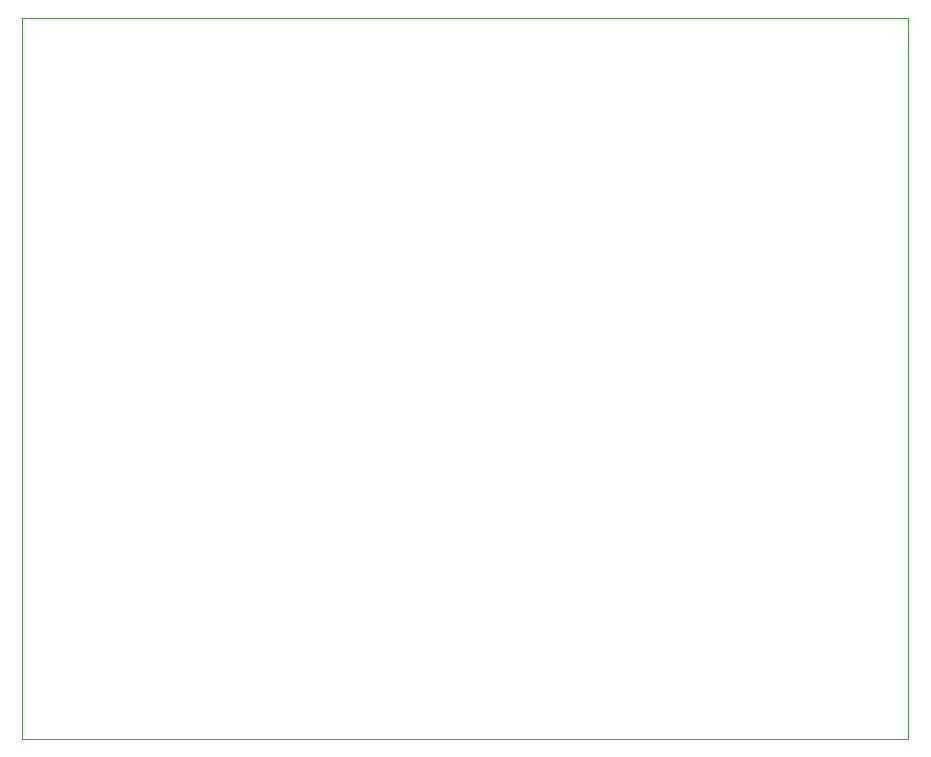
<source format=gbr>
G04 #@! TF.GenerationSoftware,KiCad,Pcbnew,(5.1.4-0-10_14)*
G04 #@! TF.CreationDate,2020-03-12T21:14:11-05:00*
G04 #@! TF.ProjectId,I2C_Front_Forearm_Mini,4932435f-4672-46f6-9e74-5f466f726561,rev?*
G04 #@! TF.SameCoordinates,Original*
G04 #@! TF.FileFunction,Profile,NP*
%FSLAX46Y46*%
G04 Gerber Fmt 4.6, Leading zero omitted, Abs format (unit mm)*
G04 Created by KiCad (PCBNEW (5.1.4-0-10_14)) date 2020-03-12 21:14:11*
%MOMM*%
%LPD*%
G04 APERTURE LIST*
%ADD10C,0.050000*%
G04 APERTURE END LIST*
D10*
X192786000Y-136946000D02*
X192786000Y-75946000D01*
X192786000Y-136946000D02*
X117786000Y-136946000D01*
X117786000Y-75946000D02*
X117786000Y-136946000D01*
X117786000Y-75946000D02*
X192786000Y-75946000D01*
M02*

</source>
